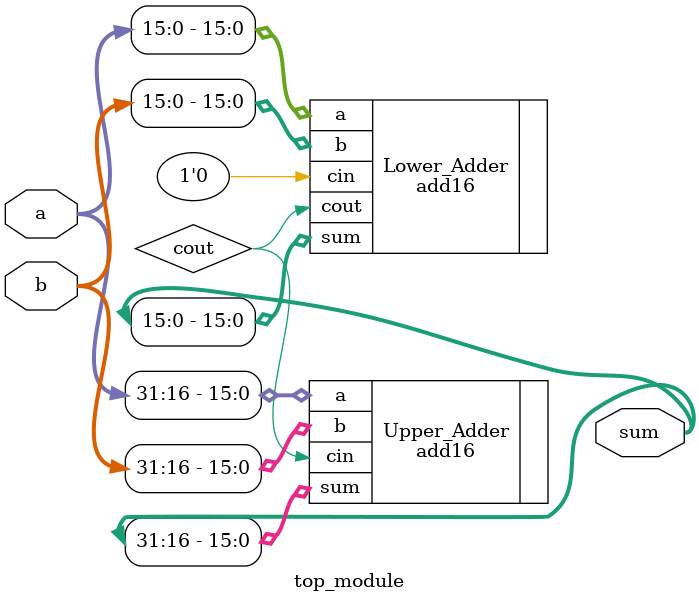
<source format=v>
module top_module(
    input [31:0] a,
    input [31:0] b,
    output [31:0] sum
);
    wire cout;
    
    add16 Lower_Adder ( .a(a[15:0]), .b(b[15:0]), .cin(1'b0), .sum(sum[15:0]), .cout(cout) );

    add16 Upper_Adder ( .a(a[31:16]), .b(b[31:16]), .cin(cout), .sum(sum[31:16]) );
    
endmodule

</source>
